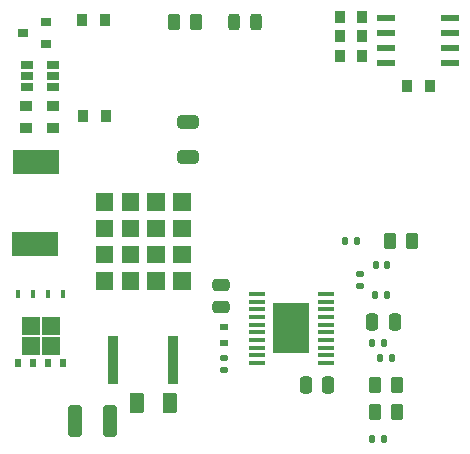
<source format=gtp>
G04 #@! TF.GenerationSoftware,KiCad,Pcbnew,(6.0.9-0)*
G04 #@! TF.CreationDate,2023-03-20T13:15:15-04:00*
G04 #@! TF.ProjectId,LM5116-05,4c4d3531-3136-42d3-9035-2e6b69636164,rev?*
G04 #@! TF.SameCoordinates,Original*
G04 #@! TF.FileFunction,Paste,Top*
G04 #@! TF.FilePolarity,Positive*
%FSLAX46Y46*%
G04 Gerber Fmt 4.6, Leading zero omitted, Abs format (unit mm)*
G04 Created by KiCad (PCBNEW (6.0.9-0)) date 2023-03-20 13:15:15*
%MOMM*%
%LPD*%
G01*
G04 APERTURE LIST*
G04 Aperture macros list*
%AMRoundRect*
0 Rectangle with rounded corners*
0 $1 Rounding radius*
0 $2 $3 $4 $5 $6 $7 $8 $9 X,Y pos of 4 corners*
0 Add a 4 corners polygon primitive as box body*
4,1,4,$2,$3,$4,$5,$6,$7,$8,$9,$2,$3,0*
0 Add four circle primitives for the rounded corners*
1,1,$1+$1,$2,$3*
1,1,$1+$1,$4,$5*
1,1,$1+$1,$6,$7*
1,1,$1+$1,$8,$9*
0 Add four rect primitives between the rounded corners*
20,1,$1+$1,$2,$3,$4,$5,0*
20,1,$1+$1,$4,$5,$6,$7,0*
20,1,$1+$1,$6,$7,$8,$9,0*
20,1,$1+$1,$8,$9,$2,$3,0*%
G04 Aperture macros list end*
%ADD10C,0.010000*%
%ADD11R,0.845000X1.000000*%
%ADD12R,1.000000X0.845000*%
%ADD13R,1.060000X0.650000*%
%ADD14R,0.900000X0.800000*%
%ADD15R,1.550000X0.600000*%
%ADD16RoundRect,0.250000X-0.325000X-1.100000X0.325000X-1.100000X0.325000X1.100000X-0.325000X1.100000X0*%
%ADD17RoundRect,0.250000X0.475000X-0.250000X0.475000X0.250000X-0.475000X0.250000X-0.475000X-0.250000X0*%
%ADD18R,0.700000X0.600000*%
%ADD19RoundRect,0.243750X-0.243750X-0.456250X0.243750X-0.456250X0.243750X0.456250X-0.243750X0.456250X0*%
%ADD20RoundRect,0.250000X-0.262500X-0.450000X0.262500X-0.450000X0.262500X0.450000X-0.262500X0.450000X0*%
%ADD21RoundRect,0.250000X0.375000X0.625000X-0.375000X0.625000X-0.375000X-0.625000X0.375000X-0.625000X0*%
%ADD22RoundRect,0.250000X0.250000X0.475000X-0.250000X0.475000X-0.250000X-0.475000X0.250000X-0.475000X0*%
%ADD23RoundRect,0.147500X-0.172500X0.147500X-0.172500X-0.147500X0.172500X-0.147500X0.172500X0.147500X0*%
%ADD24R,1.450000X0.450000*%
%ADD25R,3.150000X4.350000*%
%ADD26R,4.000000X2.000000*%
%ADD27RoundRect,0.147500X-0.147500X-0.172500X0.147500X-0.172500X0.147500X0.172500X-0.147500X0.172500X0*%
%ADD28RoundRect,0.250000X0.650000X-0.325000X0.650000X0.325000X-0.650000X0.325000X-0.650000X-0.325000X0*%
%ADD29RoundRect,0.147500X0.147500X0.172500X-0.147500X0.172500X-0.147500X-0.172500X0.147500X-0.172500X0*%
%ADD30RoundRect,0.250000X-0.250000X-0.475000X0.250000X-0.475000X0.250000X0.475000X-0.250000X0.475000X0*%
%ADD31RoundRect,0.147500X0.172500X-0.147500X0.172500X0.147500X-0.172500X0.147500X-0.172500X-0.147500X0*%
%ADD32R,0.500000X0.750000*%
%ADD33R,1.500000X1.500000*%
%ADD34R,0.400000X0.750000*%
%ADD35R,0.970000X4.070000*%
G04 APERTURE END LIST*
G36*
X100769000Y-86657000D02*
G01*
X99349000Y-86657000D01*
X99349000Y-85277000D01*
X100769000Y-85277000D01*
X100769000Y-86657000D01*
G37*
D10*
X100769000Y-86657000D02*
X99349000Y-86657000D01*
X99349000Y-85277000D01*
X100769000Y-85277000D01*
X100769000Y-86657000D01*
G36*
X94199000Y-88887000D02*
G01*
X92779000Y-88887000D01*
X92779000Y-87507000D01*
X94199000Y-87507000D01*
X94199000Y-88887000D01*
G37*
X94199000Y-88887000D02*
X92779000Y-88887000D01*
X92779000Y-87507000D01*
X94199000Y-87507000D01*
X94199000Y-88887000D01*
G36*
X98579000Y-88887000D02*
G01*
X97159000Y-88887000D01*
X97159000Y-87507000D01*
X98579000Y-87507000D01*
X98579000Y-88887000D01*
G37*
X98579000Y-88887000D02*
X97159000Y-88887000D01*
X97159000Y-87507000D01*
X98579000Y-87507000D01*
X98579000Y-88887000D01*
G36*
X96389000Y-91117000D02*
G01*
X94969000Y-91117000D01*
X94969000Y-89737000D01*
X96389000Y-89737000D01*
X96389000Y-91117000D01*
G37*
X96389000Y-91117000D02*
X94969000Y-91117000D01*
X94969000Y-89737000D01*
X96389000Y-89737000D01*
X96389000Y-91117000D01*
G36*
X94199000Y-91117000D02*
G01*
X92779000Y-91117000D01*
X92779000Y-89737000D01*
X94199000Y-89737000D01*
X94199000Y-91117000D01*
G37*
X94199000Y-91117000D02*
X92779000Y-91117000D01*
X92779000Y-89737000D01*
X94199000Y-89737000D01*
X94199000Y-91117000D01*
G36*
X100769000Y-88887000D02*
G01*
X99349000Y-88887000D01*
X99349000Y-87507000D01*
X100769000Y-87507000D01*
X100769000Y-88887000D01*
G37*
X100769000Y-88887000D02*
X99349000Y-88887000D01*
X99349000Y-87507000D01*
X100769000Y-87507000D01*
X100769000Y-88887000D01*
G36*
X100769000Y-84427000D02*
G01*
X99349000Y-84427000D01*
X99349000Y-83047000D01*
X100769000Y-83047000D01*
X100769000Y-84427000D01*
G37*
X100769000Y-84427000D02*
X99349000Y-84427000D01*
X99349000Y-83047000D01*
X100769000Y-83047000D01*
X100769000Y-84427000D01*
G36*
X98579000Y-91117000D02*
G01*
X97159000Y-91117000D01*
X97159000Y-89737000D01*
X98579000Y-89737000D01*
X98579000Y-91117000D01*
G37*
X98579000Y-91117000D02*
X97159000Y-91117000D01*
X97159000Y-89737000D01*
X98579000Y-89737000D01*
X98579000Y-91117000D01*
G36*
X96389000Y-84427000D02*
G01*
X94969000Y-84427000D01*
X94969000Y-83047000D01*
X96389000Y-83047000D01*
X96389000Y-84427000D01*
G37*
X96389000Y-84427000D02*
X94969000Y-84427000D01*
X94969000Y-83047000D01*
X96389000Y-83047000D01*
X96389000Y-84427000D01*
G36*
X96389000Y-86657000D02*
G01*
X94969000Y-86657000D01*
X94969000Y-85277000D01*
X96389000Y-85277000D01*
X96389000Y-86657000D01*
G37*
X96389000Y-86657000D02*
X94969000Y-86657000D01*
X94969000Y-85277000D01*
X96389000Y-85277000D01*
X96389000Y-86657000D01*
G36*
X98579000Y-86657000D02*
G01*
X97159000Y-86657000D01*
X97159000Y-85277000D01*
X98579000Y-85277000D01*
X98579000Y-86657000D01*
G37*
X98579000Y-86657000D02*
X97159000Y-86657000D01*
X97159000Y-85277000D01*
X98579000Y-85277000D01*
X98579000Y-86657000D01*
G36*
X94199000Y-86657000D02*
G01*
X92779000Y-86657000D01*
X92779000Y-85277000D01*
X94199000Y-85277000D01*
X94199000Y-86657000D01*
G37*
X94199000Y-86657000D02*
X92779000Y-86657000D01*
X92779000Y-85277000D01*
X94199000Y-85277000D01*
X94199000Y-86657000D01*
G36*
X100769000Y-91117000D02*
G01*
X99349000Y-91117000D01*
X99349000Y-89737000D01*
X100769000Y-89737000D01*
X100769000Y-91117000D01*
G37*
X100769000Y-91117000D02*
X99349000Y-91117000D01*
X99349000Y-89737000D01*
X100769000Y-89737000D01*
X100769000Y-91117000D01*
G36*
X94199000Y-84427000D02*
G01*
X92779000Y-84427000D01*
X92779000Y-83047000D01*
X94199000Y-83047000D01*
X94199000Y-84427000D01*
G37*
X94199000Y-84427000D02*
X92779000Y-84427000D01*
X92779000Y-83047000D01*
X94199000Y-83047000D01*
X94199000Y-84427000D01*
G36*
X96389000Y-88887000D02*
G01*
X94969000Y-88887000D01*
X94969000Y-87507000D01*
X96389000Y-87507000D01*
X96389000Y-88887000D01*
G37*
X96389000Y-88887000D02*
X94969000Y-88887000D01*
X94969000Y-87507000D01*
X96389000Y-87507000D01*
X96389000Y-88887000D01*
G36*
X98579000Y-84427000D02*
G01*
X97159000Y-84427000D01*
X97159000Y-83047000D01*
X98579000Y-83047000D01*
X98579000Y-84427000D01*
G37*
X98579000Y-84427000D02*
X97159000Y-84427000D01*
X97159000Y-83047000D01*
X98579000Y-83047000D01*
X98579000Y-84427000D01*
D11*
X91637500Y-68400000D03*
X93562500Y-68400000D03*
X91737500Y-76500000D03*
X93662500Y-76500000D03*
X119137500Y-74000000D03*
X121062500Y-74000000D03*
D12*
X86900000Y-75637500D03*
X86900000Y-77562500D03*
X89200000Y-75637500D03*
X89200000Y-77562500D03*
D11*
X113437500Y-71400000D03*
X115362500Y-71400000D03*
X113437500Y-69700000D03*
X115362500Y-69700000D03*
D13*
X86950000Y-72150000D03*
X86950000Y-73100000D03*
X86950000Y-74050000D03*
X89150000Y-74050000D03*
X89150000Y-73100000D03*
X89150000Y-72150000D03*
D14*
X88600000Y-70419000D03*
X88600000Y-68519000D03*
X86600000Y-69469000D03*
D15*
X122800000Y-72005000D03*
X122800000Y-70735000D03*
X122800000Y-69465000D03*
X122800000Y-68195000D03*
X117400000Y-68195000D03*
X117400000Y-69465000D03*
X117400000Y-70735000D03*
X117400000Y-72005000D03*
D11*
X113437500Y-68100000D03*
X115362500Y-68100000D03*
D16*
X91030000Y-102362000D03*
X93980000Y-102362000D03*
D17*
X103378000Y-92710000D03*
X103378000Y-90810000D03*
D18*
X103632000Y-95758000D03*
X103632000Y-94358000D03*
D19*
X104472500Y-68580000D03*
X106347500Y-68580000D03*
D20*
X99417500Y-68580000D03*
X101242500Y-68580000D03*
D21*
X99060000Y-100838000D03*
X96260000Y-100838000D03*
D20*
X116435500Y-99314000D03*
X118260500Y-99314000D03*
X116463000Y-101600000D03*
X118288000Y-101600000D03*
D22*
X112456000Y-99314000D03*
X110556000Y-99314000D03*
D23*
X103632000Y-97028000D03*
X103632000Y-97998000D03*
D24*
X112276000Y-97413000D03*
X112276000Y-96763000D03*
X112276000Y-96113000D03*
X112276000Y-95463000D03*
X112276000Y-94813000D03*
X112276000Y-94163000D03*
X112276000Y-93513000D03*
X112276000Y-92863000D03*
X112276000Y-92213000D03*
X112276000Y-91563000D03*
X106426000Y-91563000D03*
X106426000Y-92213000D03*
X106426000Y-92863000D03*
X106426000Y-93513000D03*
X106426000Y-94163000D03*
X106426000Y-94813000D03*
X106426000Y-95463000D03*
X106426000Y-96113000D03*
X106426000Y-96763000D03*
X106426000Y-97413000D03*
D25*
X109351000Y-94488000D03*
D26*
X87630000Y-87376000D03*
X87757000Y-80391000D03*
D20*
X117710000Y-87122000D03*
X119535000Y-87122000D03*
D27*
X116863000Y-97028000D03*
X117833000Y-97028000D03*
D28*
X100584000Y-79961000D03*
X100584000Y-77011000D03*
D29*
X117410000Y-91694000D03*
X116440000Y-91694000D03*
X117456000Y-89154000D03*
X116486000Y-89154000D03*
D30*
X116186000Y-93980000D03*
X118086000Y-93980000D03*
D27*
X116209000Y-95758000D03*
X117179000Y-95758000D03*
X113923000Y-87122000D03*
X114893000Y-87122000D03*
X116209000Y-103886000D03*
X117179000Y-103886000D03*
D31*
X115170000Y-90886000D03*
X115170000Y-89916000D03*
D32*
X86233000Y-97393000D03*
X88773000Y-97393000D03*
D33*
X88988000Y-94288000D03*
X87288000Y-94288000D03*
D32*
X87503000Y-97393000D03*
D33*
X88988000Y-95988000D03*
X87288000Y-95988000D03*
D32*
X90043000Y-97393000D03*
D34*
X90043000Y-91588000D03*
X88773000Y-91588000D03*
X87503000Y-91588000D03*
X86233000Y-91588000D03*
D35*
X94234000Y-97172000D03*
X99314000Y-97172000D03*
M02*

</source>
